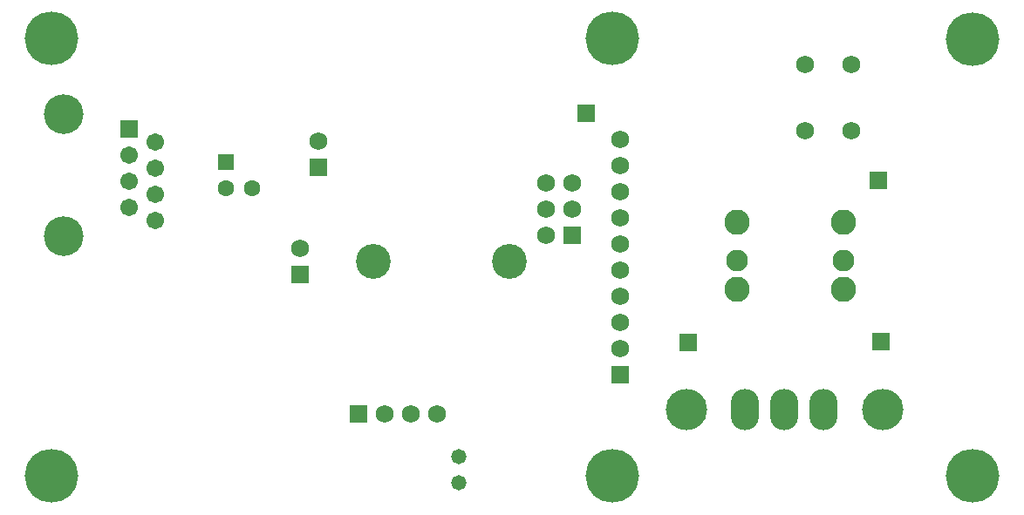
<source format=gbs>
G04 (created by PCBNEW (2013-04-19 BZR 4011)-stable) date 05/09/2013 13:16:47*
%MOIN*%
G04 Gerber Fmt 3.4, Leading zero omitted, Abs format*
%FSLAX34Y34*%
G01*
G70*
G90*
G04 APERTURE LIST*
%ADD10C,0*%
%ADD11C,0.068*%
%ADD12R,0.068X0.068*%
%ADD13C,0.20485*%
%ADD14C,0.097*%
%ADD15C,0.0832*%
%ADD16O,0.108X0.158*%
%ADD17C,0.158*%
%ADD18C,0.1517*%
%ADD19R,0.0671X0.0671*%
%ADD20C,0.0671*%
%ADD21C,0.069*%
%ADD22C,0.058*%
%ADD23C,0.133*%
%ADD24R,0.063X0.063*%
%ADD25C,0.063*%
G04 APERTURE END LIST*
G54D10*
G54D11*
X41830Y-18925D03*
X41830Y-19925D03*
X41830Y-22925D03*
X41830Y-23925D03*
G54D12*
X41830Y-27925D03*
G54D11*
X41830Y-26925D03*
X41830Y-25925D03*
X41830Y-24925D03*
X41830Y-21925D03*
X41830Y-20925D03*
G54D12*
X29599Y-24102D03*
G54D11*
X29599Y-23102D03*
G54D13*
X20096Y-15063D03*
X41535Y-15063D03*
X20096Y-31795D03*
X41535Y-31795D03*
G54D14*
X50364Y-22100D03*
G54D15*
X50364Y-23557D03*
G54D14*
X50364Y-24659D03*
X46309Y-24659D03*
G54D15*
X46309Y-23557D03*
G54D14*
X46309Y-22100D03*
G54D13*
X55314Y-15080D03*
X55314Y-31780D03*
G54D16*
X46610Y-29271D03*
X48110Y-29271D03*
X49610Y-29271D03*
G54D17*
X44360Y-29271D03*
X51860Y-29271D03*
G54D18*
X20588Y-22618D03*
X20588Y-17945D03*
G54D19*
X23088Y-18530D03*
G54D20*
X24088Y-19030D03*
X23088Y-19530D03*
X24088Y-20030D03*
X23088Y-20530D03*
X24088Y-21030D03*
X23088Y-21530D03*
X24088Y-22030D03*
G54D21*
X50689Y-16042D03*
X48917Y-16042D03*
X50689Y-18602D03*
X48917Y-18602D03*
G54D12*
X30314Y-19988D03*
G54D11*
X30314Y-18988D03*
G54D12*
X40551Y-17913D03*
G54D22*
X35670Y-32060D03*
X35670Y-31060D03*
G54D12*
X44450Y-26700D03*
X51800Y-26650D03*
X51700Y-20500D03*
X40000Y-22600D03*
G54D11*
X39000Y-22600D03*
X40000Y-21600D03*
X39000Y-21600D03*
X40000Y-20600D03*
X39000Y-20600D03*
G54D12*
X31840Y-29420D03*
G54D11*
X32840Y-29420D03*
X33840Y-29420D03*
X34840Y-29420D03*
G54D23*
X32400Y-23580D03*
X37600Y-23580D03*
G54D24*
X26781Y-19780D03*
G54D25*
X26781Y-20780D03*
X27781Y-20780D03*
M02*

</source>
